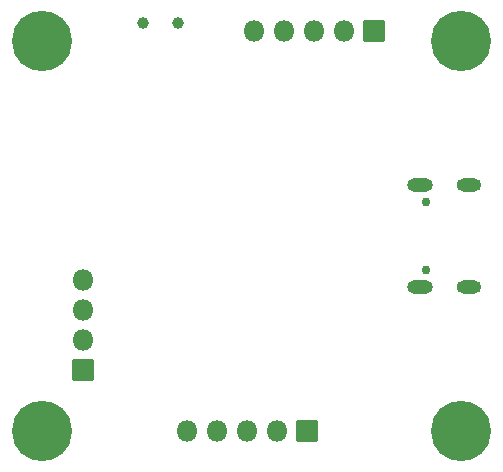
<source format=gbr>
%TF.GenerationSoftware,KiCad,Pcbnew,7.0.5*%
%TF.CreationDate,2023-06-10T20:49:47-07:00*%
%TF.ProjectId,st-breakout,73742d62-7265-4616-9b6f-75742e6b6963,rev?*%
%TF.SameCoordinates,Original*%
%TF.FileFunction,Soldermask,Bot*%
%TF.FilePolarity,Negative*%
%FSLAX46Y46*%
G04 Gerber Fmt 4.6, Leading zero omitted, Abs format (unit mm)*
G04 Created by KiCad (PCBNEW 7.0.5) date 2023-06-10 20:49:47*
%MOMM*%
%LPD*%
G01*
G04 APERTURE LIST*
G04 Aperture macros list*
%AMRoundRect*
0 Rectangle with rounded corners*
0 $1 Rounding radius*
0 $2 $3 $4 $5 $6 $7 $8 $9 X,Y pos of 4 corners*
0 Add a 4 corners polygon primitive as box body*
4,1,4,$2,$3,$4,$5,$6,$7,$8,$9,$2,$3,0*
0 Add four circle primitives for the rounded corners*
1,1,$1+$1,$2,$3*
1,1,$1+$1,$4,$5*
1,1,$1+$1,$6,$7*
1,1,$1+$1,$8,$9*
0 Add four rect primitives between the rounded corners*
20,1,$1+$1,$2,$3,$4,$5,0*
20,1,$1+$1,$4,$5,$6,$7,0*
20,1,$1+$1,$6,$7,$8,$9,0*
20,1,$1+$1,$8,$9,$2,$3,0*%
G04 Aperture macros list end*
%ADD10C,1.001600*%
%ADD11O,2.101600X1.101600*%
%ADD12O,2.201600X1.151600*%
%ADD13C,0.751600*%
%ADD14C,5.101600*%
%ADD15RoundRect,0.050800X-0.850000X0.850000X-0.850000X-0.850000X0.850000X-0.850000X0.850000X0.850000X0*%
%ADD16O,1.801600X1.801600*%
%ADD17RoundRect,0.050800X0.850000X0.850000X-0.850000X0.850000X-0.850000X-0.850000X0.850000X-0.850000X0*%
G04 APERTURE END LIST*
D10*
%TO.C,SW1*%
X129250000Y-76500000D03*
X126250000Y-76500000D03*
%TD*%
D11*
%TO.C,J5*%
X153900000Y-98820000D03*
X153900000Y-90180000D03*
D12*
X149720000Y-98820000D03*
X149720000Y-90180000D03*
D13*
X150220000Y-91610000D03*
X150220000Y-97390000D03*
%TD*%
D14*
%TO.C,H2*%
X153250000Y-78000000D03*
%TD*%
D15*
%TO.C,J2*%
X145830000Y-77200000D03*
D16*
X143290000Y-77200000D03*
X140750000Y-77200000D03*
X138210000Y-77200000D03*
X135670000Y-77200000D03*
%TD*%
D14*
%TO.C,H1*%
X117750000Y-78000000D03*
%TD*%
D15*
%TO.C,J1*%
X140160000Y-111000000D03*
D16*
X137620000Y-111000000D03*
X135080000Y-111000000D03*
X132540000Y-111000000D03*
X130000000Y-111000000D03*
%TD*%
D14*
%TO.C,H4*%
X117750000Y-111000000D03*
%TD*%
%TO.C,H3*%
X153250000Y-111000000D03*
%TD*%
D17*
%TO.C,J4*%
X121200000Y-105900000D03*
D16*
X121200000Y-103360000D03*
X121200000Y-100820000D03*
X121200000Y-98280000D03*
%TD*%
M02*

</source>
